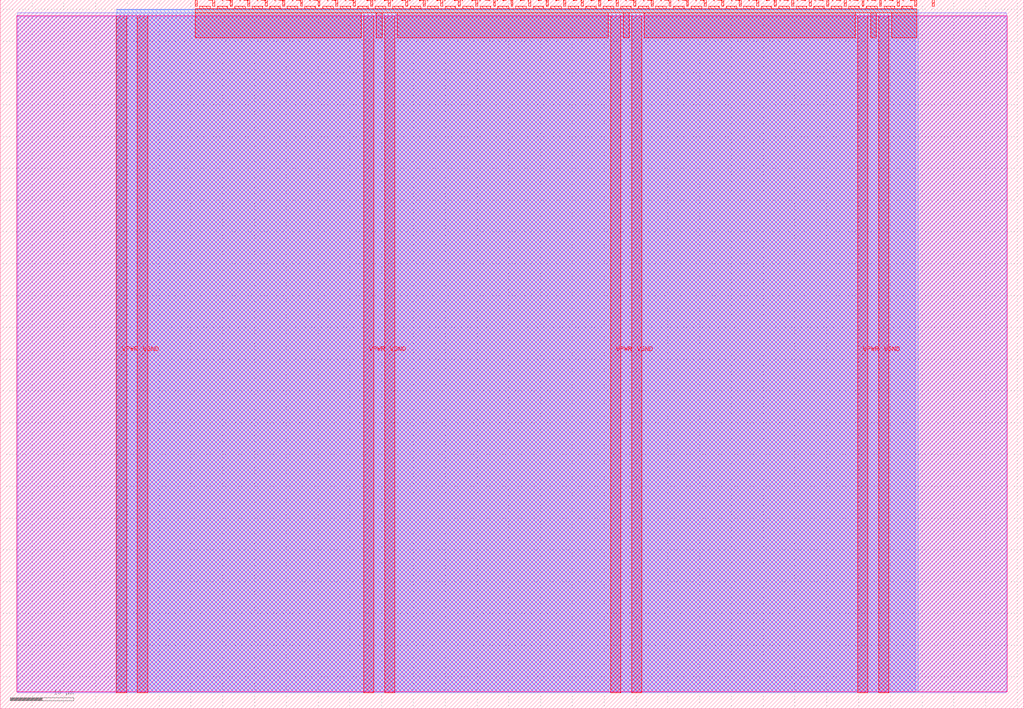
<source format=lef>
VERSION 5.7 ;
  NOWIREEXTENSIONATPIN ON ;
  DIVIDERCHAR "/" ;
  BUSBITCHARS "[]" ;
MACRO tt_um_wokwi_414121715329142785
  CLASS BLOCK ;
  FOREIGN tt_um_wokwi_414121715329142785 ;
  ORIGIN 0.000 0.000 ;
  SIZE 161.000 BY 111.520 ;
  PIN VGND
    DIRECTION INOUT ;
    USE GROUND ;
    PORT
      LAYER met4 ;
        RECT 21.580 2.480 23.180 109.040 ;
    END
    PORT
      LAYER met4 ;
        RECT 60.450 2.480 62.050 109.040 ;
    END
    PORT
      LAYER met4 ;
        RECT 99.320 2.480 100.920 109.040 ;
    END
    PORT
      LAYER met4 ;
        RECT 138.190 2.480 139.790 109.040 ;
    END
  END VGND
  PIN VPWR
    DIRECTION INOUT ;
    USE POWER ;
    PORT
      LAYER met4 ;
        RECT 18.280 2.480 19.880 109.040 ;
    END
    PORT
      LAYER met4 ;
        RECT 57.150 2.480 58.750 109.040 ;
    END
    PORT
      LAYER met4 ;
        RECT 96.020 2.480 97.620 109.040 ;
    END
    PORT
      LAYER met4 ;
        RECT 134.890 2.480 136.490 109.040 ;
    END
  END VPWR
  PIN clk
    DIRECTION INPUT ;
    USE SIGNAL ;
    ANTENNAGATEAREA 0.852000 ;
    PORT
      LAYER met4 ;
        RECT 143.830 110.520 144.130 111.520 ;
    END
  END clk
  PIN ena
    DIRECTION INPUT ;
    USE SIGNAL ;
    PORT
      LAYER met4 ;
        RECT 146.590 110.520 146.890 111.520 ;
    END
  END ena
  PIN rst_n
    DIRECTION INPUT ;
    USE SIGNAL ;
    PORT
      LAYER met4 ;
        RECT 141.070 110.520 141.370 111.520 ;
    END
  END rst_n
  PIN ui_in[0]
    DIRECTION INPUT ;
    USE SIGNAL ;
    ANTENNAGATEAREA 0.196500 ;
    PORT
      LAYER met4 ;
        RECT 138.310 110.520 138.610 111.520 ;
    END
  END ui_in[0]
  PIN ui_in[1]
    DIRECTION INPUT ;
    USE SIGNAL ;
    PORT
      LAYER met4 ;
        RECT 135.550 110.520 135.850 111.520 ;
    END
  END ui_in[1]
  PIN ui_in[2]
    DIRECTION INPUT ;
    USE SIGNAL ;
    PORT
      LAYER met4 ;
        RECT 132.790 110.520 133.090 111.520 ;
    END
  END ui_in[2]
  PIN ui_in[3]
    DIRECTION INPUT ;
    USE SIGNAL ;
    PORT
      LAYER met4 ;
        RECT 130.030 110.520 130.330 111.520 ;
    END
  END ui_in[3]
  PIN ui_in[4]
    DIRECTION INPUT ;
    USE SIGNAL ;
    ANTENNAGATEAREA 0.159000 ;
    PORT
      LAYER met4 ;
        RECT 127.270 110.520 127.570 111.520 ;
    END
  END ui_in[4]
  PIN ui_in[5]
    DIRECTION INPUT ;
    USE SIGNAL ;
    ANTENNAGATEAREA 0.159000 ;
    PORT
      LAYER met4 ;
        RECT 124.510 110.520 124.810 111.520 ;
    END
  END ui_in[5]
  PIN ui_in[6]
    DIRECTION INPUT ;
    USE SIGNAL ;
    ANTENNAGATEAREA 0.159000 ;
    PORT
      LAYER met4 ;
        RECT 121.750 110.520 122.050 111.520 ;
    END
  END ui_in[6]
  PIN ui_in[7]
    DIRECTION INPUT ;
    USE SIGNAL ;
    ANTENNAGATEAREA 0.159000 ;
    PORT
      LAYER met4 ;
        RECT 118.990 110.520 119.290 111.520 ;
    END
  END ui_in[7]
  PIN uio_in[0]
    DIRECTION INPUT ;
    USE SIGNAL ;
    PORT
      LAYER met4 ;
        RECT 116.230 110.520 116.530 111.520 ;
    END
  END uio_in[0]
  PIN uio_in[1]
    DIRECTION INPUT ;
    USE SIGNAL ;
    PORT
      LAYER met4 ;
        RECT 113.470 110.520 113.770 111.520 ;
    END
  END uio_in[1]
  PIN uio_in[2]
    DIRECTION INPUT ;
    USE SIGNAL ;
    PORT
      LAYER met4 ;
        RECT 110.710 110.520 111.010 111.520 ;
    END
  END uio_in[2]
  PIN uio_in[3]
    DIRECTION INPUT ;
    USE SIGNAL ;
    PORT
      LAYER met4 ;
        RECT 107.950 110.520 108.250 111.520 ;
    END
  END uio_in[3]
  PIN uio_in[4]
    DIRECTION INPUT ;
    USE SIGNAL ;
    PORT
      LAYER met4 ;
        RECT 105.190 110.520 105.490 111.520 ;
    END
  END uio_in[4]
  PIN uio_in[5]
    DIRECTION INPUT ;
    USE SIGNAL ;
    PORT
      LAYER met4 ;
        RECT 102.430 110.520 102.730 111.520 ;
    END
  END uio_in[5]
  PIN uio_in[6]
    DIRECTION INPUT ;
    USE SIGNAL ;
    PORT
      LAYER met4 ;
        RECT 99.670 110.520 99.970 111.520 ;
    END
  END uio_in[6]
  PIN uio_in[7]
    DIRECTION INPUT ;
    USE SIGNAL ;
    PORT
      LAYER met4 ;
        RECT 96.910 110.520 97.210 111.520 ;
    END
  END uio_in[7]
  PIN uio_oe[0]
    DIRECTION OUTPUT ;
    USE SIGNAL ;
    PORT
      LAYER met4 ;
        RECT 49.990 110.520 50.290 111.520 ;
    END
  END uio_oe[0]
  PIN uio_oe[1]
    DIRECTION OUTPUT ;
    USE SIGNAL ;
    PORT
      LAYER met4 ;
        RECT 47.230 110.520 47.530 111.520 ;
    END
  END uio_oe[1]
  PIN uio_oe[2]
    DIRECTION OUTPUT ;
    USE SIGNAL ;
    PORT
      LAYER met4 ;
        RECT 44.470 110.520 44.770 111.520 ;
    END
  END uio_oe[2]
  PIN uio_oe[3]
    DIRECTION OUTPUT ;
    USE SIGNAL ;
    PORT
      LAYER met4 ;
        RECT 41.710 110.520 42.010 111.520 ;
    END
  END uio_oe[3]
  PIN uio_oe[4]
    DIRECTION OUTPUT ;
    USE SIGNAL ;
    PORT
      LAYER met4 ;
        RECT 38.950 110.520 39.250 111.520 ;
    END
  END uio_oe[4]
  PIN uio_oe[5]
    DIRECTION OUTPUT ;
    USE SIGNAL ;
    PORT
      LAYER met4 ;
        RECT 36.190 110.520 36.490 111.520 ;
    END
  END uio_oe[5]
  PIN uio_oe[6]
    DIRECTION OUTPUT ;
    USE SIGNAL ;
    PORT
      LAYER met4 ;
        RECT 33.430 110.520 33.730 111.520 ;
    END
  END uio_oe[6]
  PIN uio_oe[7]
    DIRECTION OUTPUT ;
    USE SIGNAL ;
    PORT
      LAYER met4 ;
        RECT 30.670 110.520 30.970 111.520 ;
    END
  END uio_oe[7]
  PIN uio_out[0]
    DIRECTION OUTPUT ;
    USE SIGNAL ;
    PORT
      LAYER met4 ;
        RECT 72.070 110.520 72.370 111.520 ;
    END
  END uio_out[0]
  PIN uio_out[1]
    DIRECTION OUTPUT ;
    USE SIGNAL ;
    PORT
      LAYER met4 ;
        RECT 69.310 110.520 69.610 111.520 ;
    END
  END uio_out[1]
  PIN uio_out[2]
    DIRECTION OUTPUT ;
    USE SIGNAL ;
    PORT
      LAYER met4 ;
        RECT 66.550 110.520 66.850 111.520 ;
    END
  END uio_out[2]
  PIN uio_out[3]
    DIRECTION OUTPUT ;
    USE SIGNAL ;
    PORT
      LAYER met4 ;
        RECT 63.790 110.520 64.090 111.520 ;
    END
  END uio_out[3]
  PIN uio_out[4]
    DIRECTION OUTPUT ;
    USE SIGNAL ;
    PORT
      LAYER met4 ;
        RECT 61.030 110.520 61.330 111.520 ;
    END
  END uio_out[4]
  PIN uio_out[5]
    DIRECTION OUTPUT ;
    USE SIGNAL ;
    PORT
      LAYER met4 ;
        RECT 58.270 110.520 58.570 111.520 ;
    END
  END uio_out[5]
  PIN uio_out[6]
    DIRECTION OUTPUT ;
    USE SIGNAL ;
    PORT
      LAYER met4 ;
        RECT 55.510 110.520 55.810 111.520 ;
    END
  END uio_out[6]
  PIN uio_out[7]
    DIRECTION OUTPUT ;
    USE SIGNAL ;
    PORT
      LAYER met4 ;
        RECT 52.750 110.520 53.050 111.520 ;
    END
  END uio_out[7]
  PIN uo_out[0]
    DIRECTION OUTPUT ;
    USE SIGNAL ;
    ANTENNADIFFAREA 0.445500 ;
    PORT
      LAYER met4 ;
        RECT 94.150 110.520 94.450 111.520 ;
    END
  END uo_out[0]
  PIN uo_out[1]
    DIRECTION OUTPUT ;
    USE SIGNAL ;
    ANTENNADIFFAREA 0.445500 ;
    PORT
      LAYER met4 ;
        RECT 91.390 110.520 91.690 111.520 ;
    END
  END uo_out[1]
  PIN uo_out[2]
    DIRECTION OUTPUT ;
    USE SIGNAL ;
    PORT
      LAYER met4 ;
        RECT 88.630 110.520 88.930 111.520 ;
    END
  END uo_out[2]
  PIN uo_out[3]
    DIRECTION OUTPUT ;
    USE SIGNAL ;
    PORT
      LAYER met4 ;
        RECT 85.870 110.520 86.170 111.520 ;
    END
  END uo_out[3]
  PIN uo_out[4]
    DIRECTION OUTPUT ;
    USE SIGNAL ;
    ANTENNADIFFAREA 0.445500 ;
    PORT
      LAYER met4 ;
        RECT 83.110 110.520 83.410 111.520 ;
    END
  END uo_out[4]
  PIN uo_out[5]
    DIRECTION OUTPUT ;
    USE SIGNAL ;
    ANTENNADIFFAREA 0.445500 ;
    PORT
      LAYER met4 ;
        RECT 80.350 110.520 80.650 111.520 ;
    END
  END uo_out[5]
  PIN uo_out[6]
    DIRECTION OUTPUT ;
    USE SIGNAL ;
    ANTENNADIFFAREA 0.445500 ;
    PORT
      LAYER met4 ;
        RECT 77.590 110.520 77.890 111.520 ;
    END
  END uo_out[6]
  PIN uo_out[7]
    DIRECTION OUTPUT ;
    USE SIGNAL ;
    ANTENNADIFFAREA 0.445500 ;
    PORT
      LAYER met4 ;
        RECT 74.830 110.520 75.130 111.520 ;
    END
  END uo_out[7]
  OBS
      LAYER nwell ;
        RECT 2.570 2.635 158.430 108.990 ;
      LAYER li1 ;
        RECT 2.760 2.635 158.240 108.885 ;
      LAYER met1 ;
        RECT 2.760 2.480 158.240 109.440 ;
      LAYER met2 ;
        RECT 18.310 2.535 143.890 110.005 ;
      LAYER met3 ;
        RECT 18.290 2.555 144.370 109.985 ;
      LAYER met4 ;
        RECT 31.370 110.120 33.030 110.520 ;
        RECT 34.130 110.120 35.790 110.520 ;
        RECT 36.890 110.120 38.550 110.520 ;
        RECT 39.650 110.120 41.310 110.520 ;
        RECT 42.410 110.120 44.070 110.520 ;
        RECT 45.170 110.120 46.830 110.520 ;
        RECT 47.930 110.120 49.590 110.520 ;
        RECT 50.690 110.120 52.350 110.520 ;
        RECT 53.450 110.120 55.110 110.520 ;
        RECT 56.210 110.120 57.870 110.520 ;
        RECT 58.970 110.120 60.630 110.520 ;
        RECT 61.730 110.120 63.390 110.520 ;
        RECT 64.490 110.120 66.150 110.520 ;
        RECT 67.250 110.120 68.910 110.520 ;
        RECT 70.010 110.120 71.670 110.520 ;
        RECT 72.770 110.120 74.430 110.520 ;
        RECT 75.530 110.120 77.190 110.520 ;
        RECT 78.290 110.120 79.950 110.520 ;
        RECT 81.050 110.120 82.710 110.520 ;
        RECT 83.810 110.120 85.470 110.520 ;
        RECT 86.570 110.120 88.230 110.520 ;
        RECT 89.330 110.120 90.990 110.520 ;
        RECT 92.090 110.120 93.750 110.520 ;
        RECT 94.850 110.120 96.510 110.520 ;
        RECT 97.610 110.120 99.270 110.520 ;
        RECT 100.370 110.120 102.030 110.520 ;
        RECT 103.130 110.120 104.790 110.520 ;
        RECT 105.890 110.120 107.550 110.520 ;
        RECT 108.650 110.120 110.310 110.520 ;
        RECT 111.410 110.120 113.070 110.520 ;
        RECT 114.170 110.120 115.830 110.520 ;
        RECT 116.930 110.120 118.590 110.520 ;
        RECT 119.690 110.120 121.350 110.520 ;
        RECT 122.450 110.120 124.110 110.520 ;
        RECT 125.210 110.120 126.870 110.520 ;
        RECT 127.970 110.120 129.630 110.520 ;
        RECT 130.730 110.120 132.390 110.520 ;
        RECT 133.490 110.120 135.150 110.520 ;
        RECT 136.250 110.120 137.910 110.520 ;
        RECT 139.010 110.120 140.670 110.520 ;
        RECT 141.770 110.120 143.430 110.520 ;
        RECT 30.655 109.440 144.145 110.120 ;
        RECT 30.655 105.575 56.750 109.440 ;
        RECT 59.150 105.575 60.050 109.440 ;
        RECT 62.450 105.575 95.620 109.440 ;
        RECT 98.020 105.575 98.920 109.440 ;
        RECT 101.320 105.575 134.490 109.440 ;
        RECT 136.890 105.575 137.790 109.440 ;
        RECT 140.190 105.575 144.145 109.440 ;
  END
END tt_um_wokwi_414121715329142785
END LIBRARY


</source>
